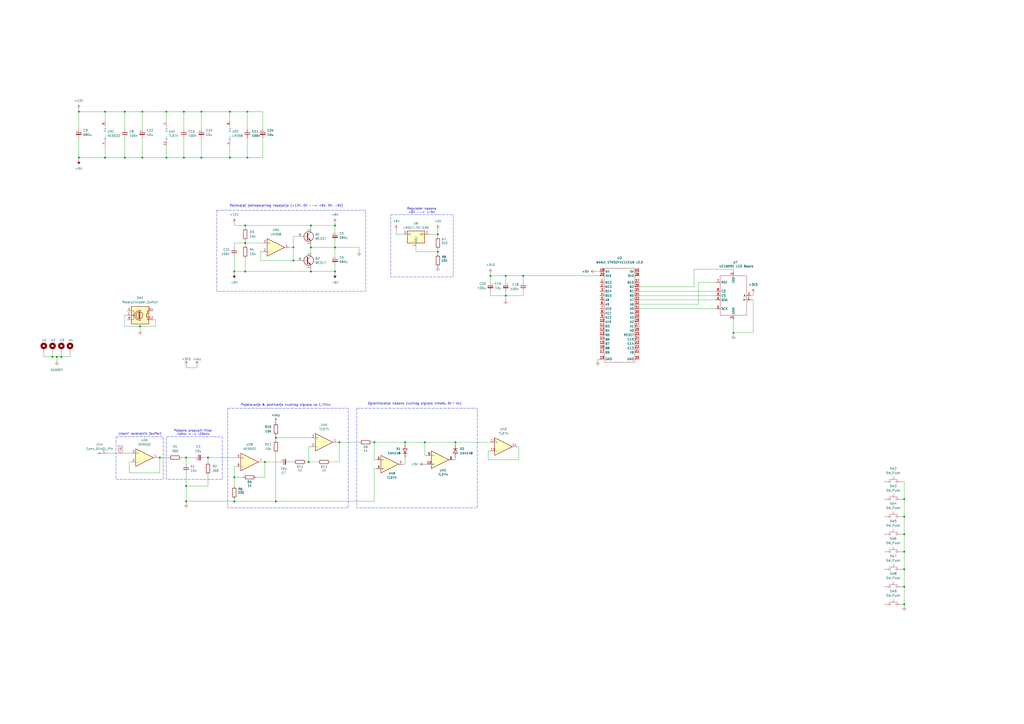
<source format=kicad_sch>
(kicad_sch (version 20250114) (generator "eeschema") (generator_version "9.0")
  (paper "A2")
  (rectangle (start 207.01 236.855) (end 276.86 294.64) (stroke (width 0) (type dash)))
  (rectangle (start 67.31 253.365) (end 94.615 278.13) (stroke (width 0) (type dash)))
  (rectangle (start 96.52 253.365) (end 128.905 278.13) (stroke (width 0) (type dash)))
  (rectangle (start 226.695 124.46) (end 262.89 160.655) (stroke (width 0) (type dash)))
  (rectangle (start 132.08 236.855) (end 201.93 294.64) (stroke (width 0) (type dash)))
  (rectangle (start 125.73 121.92) (end 212.09 168.91) (stroke (width 0) (type dash)))
  (text "Ograničavanje napona zvučnog signala između 0V i Vcc" (at 240.538 234.188 0) (effects (font (size 1.27 1.27))))
  (text "Pojasno propusni filtar\n~40Hz <-> ~20kHz" (at 112.014 250.952 0) (effects (font (size 1.27 1.27))))
  (text "Regulator napona\n+6V --> +~5V" (at 244.602 122.174 0) (effects (font (size 1.27 1.27))))
  (text "Razdvajač jednopolarnog napajanja (+12V, 0V --> +6V, 0V, -6V)\n" (at 166.116 119.38 0) (effects (font (size 1.27 1.27))))
  (text "Pojačavanje & pomicanje zvučnog signala za 1/2Vcc\n" (at 165.862 234.95 0) (effects (font (size 1.27 1.27))))
  (text "Ulazni razdvojnik (buffer)" (at 81.28 251.714 0) (effects (font (size 1.27 1.27))))
  (junction (at 524.51 289.56))
  (junction (at 107.95 265.43))
  (junction (at 106.68 64.77))
  (junction (at 133.35 64.77))
  (junction (at 142.24 130.81))
  (junction (at 82.55 64.77))
  (junction (at 160.02 290.83))
  (junction (at 120.65 265.43))
  (junction (at 116.84 91.44))
  (junction (at 284.48 160.02))
  (junction (at 143.51 64.77))
  (junction (at 293.37 171.45))
  (junction (at 72.39 91.44))
  (junction (at 135.89 157.48))
  (junction (at 524.51 340.36))
  (junction (at 153.67 267.97))
  (junction (at 45.72 64.77))
  (junction (at 524.51 350.52))
  (junction (at 524.51 309.88))
  (junction (at 142.24 140.97))
  (junction (at 170.18 143.51))
  (junction (at 142.24 157.48))
  (junction (at 35.56 207.01))
  (junction (at 246.38 256.54))
  (junction (at 96.52 64.77))
  (junction (at 524.51 330.2))
  (junction (at 293.37 160.02))
  (junction (at 107.95 281.94))
  (junction (at 524.51 320.04))
  (junction (at 179.07 267.97))
  (junction (at 82.55 91.44))
  (junction (at 72.39 64.77))
  (junction (at 60.96 91.44))
  (junction (at 264.16 256.54))
  (junction (at 194.31 157.48))
  (junction (at 133.35 91.44))
  (junction (at 303.53 160.02))
  (junction (at 254 135.89))
  (junction (at 160.02 254))
  (junction (at 194.31 143.51))
  (junction (at 217.17 256.54))
  (junction (at 180.34 157.48))
  (junction (at 254 146.05))
  (junction (at 135.89 276.86))
  (junction (at 107.95 290.83))
  (junction (at 30.48 207.01))
  (junction (at 96.52 91.44))
  (junction (at 180.34 130.81))
  (junction (at 180.34 143.51))
  (junction (at 524.51 299.72))
  (junction (at 194.31 130.81))
  (junction (at 33.02 207.01))
  (junction (at 135.89 290.83))
  (junction (at 45.72 91.44))
  (junction (at 196.85 256.54))
  (junction (at 92.71 265.43))
  (junction (at 143.51 91.44))
  (junction (at 170.18 151.13))
  (junction (at 425.45 193.04))
  (junction (at 81.28 189.23))
  (junction (at 60.96 64.77))
  (junction (at 234.95 256.54))
  (junction (at 116.84 64.77))
  (junction (at 106.68 91.44))
  (wire (pts (xy 81.28 189.23) (xy 81.28 191.77)))
  (wire (pts (xy 524.51 299.72) (xy 524.51 309.88)))
  (wire (pts (xy 167.64 267.97) (xy 170.18 267.97)))
  (wire (pts (xy 425.45 194.31) (xy 425.45 193.04)))
  (wire (pts (xy 135.89 143.51) (xy 135.89 140.97)))
  (wire (pts (xy 135.89 130.81) (xy 135.89 129.54)))
  (wire (pts (xy 107.95 274.32) (xy 107.95 281.94)))
  (wire (pts (xy 81.28 189.23) (xy 90.17 189.23)))
  (wire (pts (xy 160.02 252.73) (xy 160.02 254)))
  (wire (pts (xy 436.88 170.18) (xy 436.88 171.45)))
  (wire (pts (xy 523.24 320.04) (xy 524.51 320.04)))
  (wire (pts (xy 370.84 171.45) (xy 415.29 171.45)))
  (wire (pts (xy 217.17 290.83) (xy 160.02 290.83)))
  (wire (pts (xy 194.31 143.51) (xy 194.31 139.7)))
  (wire (pts (xy 30.48 207.01) (xy 33.02 207.01)))
  (wire (pts (xy 72.39 64.77) (xy 72.39 74.93)))
  (wire (pts (xy 300.99 266.7) (xy 300.99 259.08)))
  (wire (pts (xy 172.72 137.16) (xy 170.18 137.16)))
  (wire (pts (xy 293.37 160.02) (xy 303.53 160.02)))
  (wire (pts (xy 152.4 74.93) (xy 152.4 64.77)))
  (wire (pts (xy 153.67 276.86) (xy 153.67 267.97)))
  (wire (pts (xy 135.89 276.86) (xy 135.89 281.94)))
  (wire (pts (xy 347.98 208.28) (xy 346.71 208.28)))
  (wire (pts (xy 264.16 265.43) (xy 264.16 266.7)))
  (wire (pts (xy 435.61 173.99) (xy 436.88 173.99)))
  (wire (pts (xy 234.95 269.24) (xy 233.68 269.24)))
  (wire (pts (xy 106.68 91.44) (xy 116.84 91.44)))
  (wire (pts (xy 234.95 256.54) (xy 246.38 256.54)))
  (wire (pts (xy 405.13 176.53) (xy 405.13 163.83)))
  (wire (pts (xy 142.24 140.97) (xy 152.4 140.97)))
  (wire (pts (xy 45.72 64.77) (xy 60.96 64.77)))
  (wire (pts (xy 160.02 254) (xy 180.34 254)))
  (wire (pts (xy 133.35 85.09) (xy 133.35 91.44)))
  (wire (pts (xy 208.28 143.51) (xy 194.31 143.51)))
  (wire (pts (xy 217.17 266.7) (xy 218.44 266.7)))
  (wire (pts (xy 135.89 140.97) (xy 142.24 140.97)))
  (wire (pts (xy 120.65 265.43) (xy 137.16 265.43)))
  (wire (pts (xy 143.51 74.93) (xy 143.51 64.77)))
  (wire (pts (xy 91.44 265.43) (xy 92.71 265.43)))
  (wire (pts (xy 153.67 267.97) (xy 152.4 267.97)))
  (wire (pts (xy 152.4 64.77) (xy 143.51 64.77)))
  (wire (pts (xy 60.96 85.09) (xy 60.96 91.44)))
  (wire (pts (xy 60.96 64.77) (xy 60.96 69.85)))
  (wire (pts (xy 106.68 64.77) (xy 116.84 64.77)))
  (wire (pts (xy 523.24 309.88) (xy 524.51 309.88)))
  (wire (pts (xy 116.84 64.77) (xy 116.84 74.93)))
  (wire (pts (xy 180.34 156.21) (xy 180.34 157.48)))
  (wire (pts (xy 195.58 256.54) (xy 196.85 256.54)))
  (wire (pts (xy 217.17 271.78) (xy 218.44 271.78)))
  (wire (pts (xy 116.84 64.77) (xy 133.35 64.77)))
  (wire (pts (xy 524.51 320.04) (xy 524.51 330.2)))
  (wire (pts (xy 524.51 340.36) (xy 524.51 350.52)))
  (wire (pts (xy 436.88 193.04) (xy 425.45 193.04)))
  (wire (pts (xy 370.84 176.53) (xy 405.13 176.53)))
  (wire (pts (xy 254 133.35) (xy 254 135.89)))
  (wire (pts (xy 107.95 265.43) (xy 113.03 265.43)))
  (wire (pts (xy 284.48 158.75) (xy 284.48 160.02)))
  (wire (pts (xy 133.35 64.77) (xy 133.35 69.85)))
  (wire (pts (xy 217.17 256.54) (xy 215.9 256.54)))
  (wire (pts (xy 180.34 130.81) (xy 142.24 130.81)))
  (wire (pts (xy 293.37 163.83) (xy 293.37 160.02)))
  (wire (pts (xy 180.34 143.51) (xy 194.31 143.51)))
  (wire (pts (xy 196.85 256.54) (xy 208.28 256.54)))
  (wire (pts (xy 137.16 270.51) (xy 135.89 270.51)))
  (wire (pts (xy 436.88 173.99) (xy 436.88 193.04)))
  (wire (pts (xy 524.51 350.52) (xy 523.24 350.52)))
  (wire (pts (xy 179.07 259.08) (xy 179.07 267.97)))
  (wire (pts (xy 25.4 207.01) (xy 30.48 207.01)))
  (wire (pts (xy 74.93 267.97) (xy 74.93 274.32)))
  (wire (pts (xy 194.31 157.48) (xy 180.34 157.48)))
  (wire (pts (xy 142.24 149.86) (xy 142.24 157.48)))
  (wire (pts (xy 90.17 185.42) (xy 88.9 185.42)))
  (wire (pts (xy 524.51 289.56) (xy 524.51 299.72)))
  (wire (pts (xy 96.52 85.09) (xy 96.52 91.44)))
  (wire (pts (xy 217.17 256.54) (xy 217.17 266.7)))
  (wire (pts (xy 370.84 166.37) (xy 402.59 166.37)))
  (wire (pts (xy 35.56 204.47) (xy 35.56 207.01)))
  (wire (pts (xy 45.72 92.71) (xy 45.72 91.44)))
  (wire (pts (xy 303.53 171.45) (xy 303.53 168.91)))
  (wire (pts (xy 524.51 350.52) (xy 524.51 351.79)))
  (wire (pts (xy 25.4 204.47) (xy 25.4 207.01)))
  (wire (pts (xy 402.59 166.37) (xy 402.59 156.21)))
  (wire (pts (xy 284.48 261.62) (xy 283.21 261.62)))
  (wire (pts (xy 254 144.78) (xy 254 146.05)))
  (wire (pts (xy 116.84 91.44) (xy 133.35 91.44)))
  (wire (pts (xy 96.52 64.77) (xy 106.68 64.77)))
  (wire (pts (xy 402.59 156.21) (xy 425.45 156.21)))
  (wire (pts (xy 135.89 157.48) (xy 142.24 157.48)))
  (wire (pts (xy 229.87 133.35) (xy 229.87 135.89)))
  (wire (pts (xy 254 137.16) (xy 254 135.89)))
  (wire (pts (xy 217.17 271.78) (xy 217.17 290.83)))
  (wire (pts (xy 241.3 146.05) (xy 241.3 143.51)))
  (wire (pts (xy 405.13 163.83) (xy 415.29 163.83)))
  (wire (pts (xy 180.34 157.48) (xy 142.24 157.48)))
  (wire (pts (xy 217.17 256.54) (xy 234.95 256.54)))
  (wire (pts (xy 194.31 130.81) (xy 180.34 130.81)))
  (wire (pts (xy 284.48 168.91) (xy 284.48 171.45)))
  (wire (pts (xy 152.4 146.05) (xy 151.13 146.05)))
  (wire (pts (xy 151.13 146.05) (xy 151.13 151.13)))
  (wire (pts (xy 96.52 91.44) (xy 106.68 91.44)))
  (wire (pts (xy 284.48 163.83) (xy 284.48 160.02)))
  (wire (pts (xy 241.3 146.05) (xy 254 146.05)))
  (wire (pts (xy 107.95 281.94) (xy 107.95 290.83)))
  (wire (pts (xy 246.38 264.16) (xy 247.65 264.16)))
  (wire (pts (xy 72.39 182.88) (xy 72.39 189.23)))
  (wire (pts (xy 107.95 213.36) (xy 114.3 213.36)))
  (wire (pts (xy 194.31 157.48) (xy 194.31 158.75)))
  (wire (pts (xy 303.53 160.02) (xy 303.53 163.83)))
  (wire (pts (xy 234.95 256.54) (xy 234.95 257.81)))
  (wire (pts (xy 73.66 182.88) (xy 72.39 182.88)))
  (wire (pts (xy 120.65 265.43) (xy 120.65 267.97)))
  (wire (pts (xy 114.3 213.36) (xy 114.3 212.09)))
  (wire (pts (xy 142.24 140.97) (xy 142.24 142.24)))
  (wire (pts (xy 246.38 256.54) (xy 246.38 264.16)))
  (wire (pts (xy 177.8 267.97) (xy 179.07 267.97)))
  (wire (pts (xy 151.13 151.13) (xy 170.18 151.13)))
  (wire (pts (xy 284.48 171.45) (xy 293.37 171.45)))
  (wire (pts (xy 523.24 289.56) (xy 524.51 289.56)))
  (wire (pts (xy 248.92 135.89) (xy 254 135.89)))
  (wire (pts (xy 194.31 153.67) (xy 194.31 157.48)))
  (wire (pts (xy 283.21 261.62) (xy 283.21 266.7)))
  (wire (pts (xy 133.35 64.77) (xy 143.51 64.77)))
  (wire (pts (xy 303.53 160.02) (xy 347.98 160.02)))
  (wire (pts (xy 180.34 132.08) (xy 180.34 130.81)))
  (wire (pts (xy 370.84 179.07) (xy 415.29 179.07)))
  (wire (pts (xy 196.85 267.97) (xy 191.77 267.97)))
  (wire (pts (xy 60.96 91.44) (xy 72.39 91.44)))
  (wire (pts (xy 33.02 207.01) (xy 35.56 207.01)))
  (wire (pts (xy 179.07 259.08) (xy 180.34 259.08)))
  (wire (pts (xy 293.37 171.45) (xy 293.37 173.99)))
  (wire (pts (xy 72.39 64.77) (xy 82.55 64.77)))
  (wire (pts (xy 90.17 189.23) (xy 90.17 185.42)))
  (wire (pts (xy 435.61 171.45) (xy 436.88 171.45)))
  (wire (pts (xy 35.56 207.01) (xy 40.64 207.01)))
  (wire (pts (xy 246.38 269.24) (xy 247.65 269.24)))
  (wire (pts (xy 264.16 257.81) (xy 264.16 256.54)))
  (wire (pts (xy 523.24 330.2) (xy 524.51 330.2)))
  (wire (pts (xy 62.23 262.89) (xy 76.2 262.89)))
  (wire (pts (xy 524.51 330.2) (xy 524.51 340.36)))
  (wire (pts (xy 60.96 64.77) (xy 72.39 64.77)))
  (wire (pts (xy 82.55 64.77) (xy 96.52 64.77)))
  (wire (pts (xy 196.85 256.54) (xy 196.85 267.97)))
  (wire (pts (xy 96.52 64.77) (xy 96.52 69.85)))
  (wire (pts (xy 254 146.05) (xy 254 147.32)))
  (wire (pts (xy 234.95 269.24) (xy 234.95 265.43)))
  (wire (pts (xy 153.67 267.97) (xy 162.56 267.97)))
  (wire (pts (xy 74.93 274.32) (xy 92.71 274.32)))
  (wire (pts (xy 346.71 208.28) (xy 346.71 209.55)))
  (wire (pts (xy 293.37 171.45) (xy 303.53 171.45)))
  (wire (pts (xy 160.02 290.83) (xy 135.89 290.83)))
  (wire (pts (xy 135.89 148.59) (xy 135.89 157.48)))
  (wire (pts (xy 284.48 160.02) (xy 293.37 160.02)))
  (wire (pts (xy 345.44 157.48) (xy 347.98 157.48)))
  (wire (pts (xy 370.84 173.99) (xy 415.29 173.99)))
  (wire (pts (xy 105.41 265.43) (xy 107.95 265.43)))
  (wire (pts (xy 160.02 262.89) (xy 160.02 290.83)))
  (wire (pts (xy 167.64 143.51) (xy 170.18 143.51)))
  (wire (pts (xy 92.71 265.43) (xy 97.79 265.43)))
  (wire (pts (xy 152.4 80.01) (xy 152.4 91.44)))
  (wire (pts (xy 82.55 64.77) (xy 82.55 74.93)))
  (wire (pts (xy 194.31 143.51) (xy 194.31 148.59)))
  (wire (pts (xy 264.16 266.7) (xy 262.89 266.7)))
  (wire (pts (xy 106.68 64.77) (xy 106.68 74.93)))
  (wire (pts (xy 194.31 134.62) (xy 194.31 130.81)))
  (wire (pts (xy 40.64 207.01) (xy 40.64 204.47)))
  (wire (pts (xy 180.34 146.05) (xy 180.34 143.51)))
  (wire (pts (xy 425.45 193.04) (xy 425.45 185.42)))
  (wire (pts (xy 135.89 270.51) (xy 135.89 276.86)))
  (wire (pts (xy 179.07 267.97) (xy 184.15 267.97)))
  (wire (pts (xy 133.35 91.44) (xy 143.51 91.44)))
  (wire (pts (xy 143.51 80.01) (xy 143.51 91.44)))
  (wire (pts (xy 283.21 266.7) (xy 300.99 266.7)))
  (wire (pts (xy 293.37 168.91) (xy 293.37 171.45)))
  (wire (pts (xy 246.38 256.54) (xy 264.16 256.54)))
  (wire (pts (xy 107.95 292.1) (xy 107.95 290.83)))
  (wire (pts (xy 370.84 168.91) (xy 415.29 168.91)))
  (wire (pts (xy 45.72 64.77) (xy 45.72 63.5)))
  (wire (pts (xy 170.18 137.16) (xy 170.18 143.51)))
  (wire (pts (xy 82.55 91.44) (xy 96.52 91.44)))
  (wire (pts (xy 180.34 143.51) (xy 180.34 142.24)))
  (wire (pts (xy 208.28 146.05) (xy 208.28 143.51)))
  (wire (pts (xy 170.18 151.13) (xy 172.72 151.13)))
  (wire (pts (xy 118.11 265.43) (xy 120.65 265.43)))
  (wire (pts (xy 142.24 130.81) (xy 142.24 132.08)))
  (wire (pts (xy 160.02 254) (xy 160.02 255.27)))
  (wire (pts (xy 170.18 143.51) (xy 170.18 151.13)))
  (wire (pts (xy 524.51 279.4) (xy 524.51 289.56)))
  (wire (pts (xy 116.84 80.01) (xy 116.84 91.44)))
  (wire (pts (xy 45.72 80.01) (xy 45.72 91.44)))
  (wire (pts (xy 30.48 204.47) (xy 30.48 207.01)))
  (wire (pts (xy 120.65 275.59) (xy 120.65 281.94)))
  (wire (pts (xy 299.72 259.08) (xy 300.99 259.08)))
  (wire (pts (xy 229.87 135.89) (xy 233.68 135.89)))
  (wire (pts (xy 194.31 129.54) (xy 194.31 130.81)))
  (wire (pts (xy 92.71 274.32) (xy 92.71 265.43)))
  (wire (pts (xy 72.39 80.01) (xy 72.39 91.44)))
  (wire (pts (xy 45.72 91.44) (xy 60.96 91.44)))
  (wire (pts (xy 135.89 289.56) (xy 135.89 290.83)))
  (wire (pts (xy 72.39 91.44) (xy 82.55 91.44)))
  (wire (pts (xy 523.24 279.4) (xy 524.51 279.4)))
  (wire (pts (xy 152.4 91.44) (xy 143.51 91.44)))
  (wire (pts (xy 523.24 340.36) (xy 524.51 340.36)))
  (wire (pts (xy 135.89 276.86) (xy 140.97 276.86)))
  (wire (pts (xy 120.65 281.94) (xy 107.95 281.94)))
  (wire (pts (xy 142.24 139.7) (xy 142.24 140.97)))
  (wire (pts (xy 33.02 207.01) (xy 33.02 209.55)))
  (wire (pts (xy 135.89 130.81) (xy 142.24 130.81)))
  (wire (pts (xy 76.2 267.97) (xy 74.93 267.97)))
  (wire (pts (xy 45.72 64.77) (xy 45.72 74.93)))
  (wire (pts (xy 264.16 256.54) (xy 284.48 256.54)))
  (wire (pts (xy 107.95 290.83) (xy 135.89 290.83)))
  (wire (pts (xy 524.51 309.88) (xy 524.51 320.04)))
  (wire (pts (xy 148.59 276.86) (xy 153.67 276.86)))
  (wire (pts (xy 523.24 299.72) (xy 524.51 299.72)))
  (wire (pts (xy 425.45 157.48) (xy 425.45 156.21)))
  (wire (pts (xy 82.55 80.01) (xy 82.55 91.44)))
  (wire (pts (xy 135.89 157.48) (xy 135.89 158.75)))
  (wire (pts (xy 72.39 189.23) (xy 81.28 189.23)))
  (wire (pts (xy 107.95 212.09) (xy 107.95 213.36)))
  (wire (pts (xy 106.68 80.01) (xy 106.68 91.44)))
  (wire (pts (xy 107.95 265.43) (xy 107.95 269.24)))
  (global_label "IN" (shape input) (at 69.85 262.89 90) (property "Intersheetrefs" "${INTERSHEET_REFS}" (effects (hide yes))))
  (symbol (lib_id "power:+3V3") (at 436.88 170.18 0) (mirror y) (unit 1)
    (property "Reference" "#PWR020" (effects (hide yes)))
    (property "Value" "+3V3" (at 436.88 165.1 0))
    (property "Description" "Power symbol creates a global label with name \"+3V3\"" (effects (hide yes)))
  )
  (symbol (lib_id "power:GNDREF") (at 346.71 209.55 0) (mirror y) (unit 1)
    (property "Reference" "#PWR025" (effects (hide yes)))
    (property "Value" "GNDREF" (effects (hide yes)))
    (property "Description" "Power symbol creates a global label with name \"GNDREF\" , reference supply ground" (effects (hide yes)))
  )
  (symbol (lib_id "Amplifier_Operational:NE5532") (at 83.82 265.43 0) (unit 1)
    (property "Reference" "U3" (at 83.82 255.27 0))
    (property "Value" "NE5532" (at 83.82 257.81 0))
    (property "Footprint" "Package_DIP:DIP-8_W7.62mm_Socket" (effects (hide yes)))
    (property "Datasheet" "http://www.ti.com/lit/ds/symlink/ne5532.pdf" (effects (hide yes)))
    (property "Description" "Dual Low-Noise Operational Amplifiers, DIP-8/SOIC-8" (effects (hide yes)))
  )
  (symbol (lib_id "Device:C_Polarized_Small") (at 194.31 151.13 0) (unit 1)
    (property "Reference" "C6" (at 196.85 149.3138 0) (effects (justify left)))
    (property "Value" "680u" (at 196.85 151.8538 0) (effects (justify left)))
    (property "Footprint" "Capacitor_THT:CP_Radial_D8.0mm_P2.50mm" (effects (hide yes)))
    (property "Description" "Polarized capacitor, small symbol" (effects (hide yes)))
  )
  (symbol (lib_id "Amplifier_Operational:NE5532") (at 144.78 267.97 0) (unit 2)
    (property "Reference" "U3" (at 144.78 257.81 0))
    (property "Value" "NE5532" (at 144.78 260.35 0))
    (property "Footprint" "Package_DIP:DIP-8_W7.62mm_Socket" (effects (hide yes)))
    (property "Datasheet" "http://www.ti.com/lit/ds/symlink/ne5532.pdf" (effects (hide yes)))
    (property "Description" "Dual Low-Noise Operational Amplifiers, DIP-8/SOIC-8" (effects (hide yes)))
  )
  (symbol (lib_id "power:GNDREF") (at 254 154.94 0) (unit 1)
    (property "Reference" "#PWR011" (effects (hide yes)))
    (property "Value" "GNDREF" (effects (hide yes)))
    (property "Description" "Power symbol creates a global label with name \"GNDREF\" , reference supply ground" (effects (hide yes)))
  )
  (symbol (lib_id "Device:R") (at 254 151.13 0) (mirror y) (unit 1)
    (property "Reference" "R8" (at 257.556 149.098 0))
    (property "Value" "10k" (at 257.81 151.13 0))
    (property "Footprint" "Resistor_THT:R_Axial_DIN0207_L6.3mm_D2.5mm_P10.16mm_Horizontal" (effects (hide yes)))
    (property "Description" "Resistor" (effects (hide yes)))
  )
  (symbol (lib_id "Device:R") (at 160.02 248.92 0) (mirror x) (unit 1)
    (property "Reference" "R10" (at 157.48 247.6499 0) (effects (justify right)))
    (property "Value" "10k" (at 157.48 250.1899 0) (effects (justify right)))
    (property "Footprint" "Resistor_THT:R_Axial_DIN0207_L6.3mm_D2.5mm_P10.16mm_Horizontal" (effects (hide yes)))
    (property "Description" "Resistor" (effects (hide yes)))
  )
  (symbol (lib_id "power:+12V") (at 135.89 129.54 0) (unit 1)
    (property "Reference" "#PWR016" (effects (hide yes)))
    (property "Value" "+12V" (at 135.89 124.46 0))
    (property "Description" "Power symbol creates a global label with name \"+12V\"" (effects (hide yes)))
  )
  (symbol (lib_id "Amplifier_Operational:LM358") (at 135.89 77.47 0) (unit 3)
    (property "Reference" "U5" (at 134.62 76.1999 0) (effects (justify left)))
    (property "Value" "LM358" (at 134.62 78.7399 0) (effects (justify left)))
    (property "Datasheet" "http://www.ti.com/lit/ds/symlink/lm2904-n.pdf" (effects (hide yes)))
    (property "Description" "Low-Power, Dual Operational Amplifiers, DIP-8/SOIC-8/TO-99-8" (effects (hide yes)))
  )
  (symbol (lib_id "Device:C_Small") (at 107.95 271.78 0) (unit 1)
    (property "Reference" "C1" (at 110.49 270.5162 0) (effects (justify left)))
    (property "Value" "15n" (at 110.49 273.0562 0) (effects (justify left)))
    (property "Footprint" "Capacitor_THT:C_Disc_D5.0mm_W2.5mm_P2.50mm" (effects (hide yes)))
    (property "Description" "Unpolarized capacitor, small symbol" (effects (hide yes)))
  )
  (symbol (lib_id "power:+6V") (at 194.31 129.54 0) (unit 1)
    (property "Reference" "#PWR07" (effects (hide yes)))
    (property "Value" "+6V" (at 194.31 124.46 0))
    (property "Description" "Power symbol creates a global label with name \"+6V\"" (effects (hide yes)))
  )
  (symbol (lib_id "Device:C_Small") (at 106.68 77.47 0) (unit 1)
    (property "Reference" "C10" (at 109.22 76.2062 0) (effects (justify left)))
    (property "Value" "100n" (at 109.22 78.7462 0) (effects (justify left)))
    (property "Footprint" "Capacitor_THT:C_Disc_D5.0mm_W2.5mm_P5.00mm" (effects (hide yes)))
    (property "Description" "Unpolarized capacitor, small symbol" (effects (hide yes)))
  )
  (symbol (lib_id "Device:C_Polarized_Small") (at 152.4 77.47 0) (unit 1)
    (property "Reference" "C24" (at 154.94 75.6538 0) (effects (justify left)))
    (property "Value" "10u" (at 154.94 78.1938 0) (effects (justify left)))
    (property "Footprint" "Capacitor_THT:CP_Radial_D5.0mm_P2.50mm" (effects (hide yes)))
    (property "Description" "Polarized capacitor, small symbol" (effects (hide yes)))
  )
  (symbol (lib_id "Device:R") (at 101.6 265.43 90) (unit 1)
    (property "Reference" "R1" (at 101.6 259.08 90))
    (property "Value" "300" (at 101.6 261.62 90))
    (property "Footprint" "Resistor_THT:R_Axial_DIN0207_L6.3mm_D2.5mm_P10.16mm_Horizontal" (effects (hide yes)))
    (property "Description" "Resistor" (effects (hide yes)))
  )
  (symbol (lib_id "Amplifier_Operational:TL074") (at 99.06 77.47 0) (unit 5)
    (property "Reference" "U4" (at 97.79 76.1999 0) (effects (justify left)))
    (property "Value" "TL074" (at 97.79 78.74 0) (effects (justify left)))
    (property "Datasheet" "http://www.ti.com/lit/ds/symlink/tl071.pdf" (effects (hide yes)))
    (property "Description" "Quad Low-Noise JFET-Input Operational Amplifiers, DIP-14/SOIC-14" (effects (hide yes)))
  )
  (symbol (lib_id "power:+5V") (at 254 133.35 0) (unit 1)
    (property "Reference" "#PWR012" (effects (hide yes)))
    (property "Value" "+5V" (at 254 128.27 0))
    (property "Description" "Power symbol creates a global label with name \"+5V\"" (effects (hide yes)))
  )
  (symbol (lib_id "Device:C_Polarized_Small") (at 194.31 137.16 0) (unit 1)
    (property "Reference" "C5" (at 196.85 135.3438 0) (effects (justify left)))
    (property "Value" "680u" (at 196.85 137.8838 0) (effects (justify left)))
    (property "Footprint" "Capacitor_THT:CP_Radial_D8.0mm_P2.50mm" (effects (hide yes)))
    (property "Description" "Polarized capacitor, small symbol" (effects (hide yes)))
  )
  (symbol (lib_id "Device:C_Polarized_Small") (at 165.1 267.97 90) (mirror x) (unit 1)
    (property "Reference" "C7" (at 164.5539 274.32 90))
    (property "Value" "10u" (at 164.5539 271.78 90))
    (property "Footprint" "Capacitor_THT:CP_Radial_D5.0mm_P2.50mm" (effects (hide yes)))
    (property "Description" "Polarized capacitor, small symbol" (effects (hide yes)))
  )
  (symbol (lib_id "Simulation_SPICE:PNP") (at 177.8 151.13 0) (unit 1)
    (property "Reference" "Q2" (at 182.88 149.8599 0) (effects (justify left)))
    (property "Value" "BC317" (at 182.88 152.3999 0) (effects (justify left)))
    (property "Footprint" "Package_TO_SOT_THT:TO-92_Inline" (effects (hide yes)))
    (property "Datasheet" "https://ngspice.sourceforge.io/docs/ngspice-html-manual/manual.xhtml#cha_BJTs" (effects (hide yes)))
    (property "Description" "Bipolar transistor symbol for simulation only, substrate tied to the emitter" (effects (hide yes)))
    (property "Sim.Device" "PNP" (effects (hide yes)))
    (property "Sim.Type" "GUMMELPOON" (effects (hide yes)))
    (property "Sim.Pins" "1=C 2=B 3=E" (effects (hide yes)))
  )
  (symbol (lib_id "Mechanical:MountingHole_Pad") (at 25.4 201.93 0) (unit 1) (in_bom no)
    (property "Reference" "H1" (at 24.384 197.358 0) (effects (justify left)))
    (property "Value" "MountingHole_Pad" (effects (hide yes)))
    (property "Footprint" "MountingHole:MountingHole_4.3mm_M4_ISO7380_Pad" (effects (hide yes)))
    (property "Description" "Mounting Hole with connection" (effects (hide yes)))
  )
  (symbol (lib_id "Device:C_Polarized_Small") (at 45.72 77.47 0) (unit 1)
    (property "Reference" "C9" (at 48.26 75.6538 0) (effects (justify left)))
    (property "Value" "680u" (at 48.26 78.1938 0) (effects (justify left)))
    (property "Footprint" "Capacitor_THT:CP_Radial_D8.0mm_P2.50mm" (effects (hide yes)))
    (property "Description" "Polarized capacitor, small symbol" (effects (hide yes)))
  )
  (symbol (lib_id "Device:R") (at 254 140.97 0) (mirror y) (unit 1)
    (property "Reference" "R7" (at 257.556 138.938 0))
    (property "Value" "3k3" (at 257.81 140.97 0))
    (property "Footprint" "Resistor_THT:R_Axial_DIN0207_L6.3mm_D2.5mm_P10.16mm_Horizontal" (effects (hide yes)))
    (property "Description" "Resistor" (effects (hide yes)))
  )
  (symbol (lib_id "Device:C_Polarized_Small") (at 284.48 166.37 0) (mirror y) (unit 1)
    (property "Reference" "C20" (at 281.94 164.5538 0) (effects (justify left)))
    (property "Value" "100u" (at 281.94 167.0938 0) (effects (justify left)))
    (property "Footprint" "Capacitor_THT:CP_Radial_D5.0mm_P2.50mm" (effects (hide yes)))
    (property "Description" "Polarized capacitor, small symbol" (effects (hide yes)))
  )
  (symbol (lib_id "ljepe:UC1609C_Board") (at 421.64 167.64 0) (mirror y) (unit 1)
    (property "Reference" "U7" (at 427.99 152.146 0) (effects (justify left)))
    (property "Value" "UC1609C LCD Board" (at 437.134 154.432 0) (effects (justify left)))
    (property "Footprint" "ljepi:PinSocket1x9_66mm_x_26mm" (effects (hide yes)))
  )
  (symbol (lib_id "Switch:SW_Push") (at 518.16 289.56 0) (unit 1)
    (property "Reference" "SW3" (at 518.16 281.94 0))
    (property "Value" "SW_Push" (at 518.16 284.48 0))
    (property "Footprint" "Button_Switch_THT:SW_PUSH_6mm_H13mm" (effects (hide yes)))
    (property "Description" "Push button switch, generic, two pins" (effects (hide yes)))
  )
  (symbol (lib_id "Amplifier_Operational:TL074") (at 292.1 259.08 0) (unit 4)
    (property "Reference" "U4" (at 292.1 248.92 0))
    (property "Value" "TL074" (at 292.1 251.46 0))
    (property "Footprint" "Package_DIP:DIP-14_W7.62mm_Socket" (effects (hide yes)))
    (property "Datasheet" "http://www.ti.com/lit/ds/symlink/tl071.pdf" (effects (hide yes)))
    (property "Description" "Quad Low-Noise JFET-Input Operational Amplifiers, DIP-14/SOIC-14" (effects (hide yes)))
  )
  (symbol (lib_id "Amplifier_Operational:TL074") (at 226.06 269.24 0) (mirror x) (unit 2)
    (property "Reference" "U4" (at 227.33 274.574 0))
    (property "Value" "TL074" (at 227.33 277.114 0))
    (property "Footprint" "Package_DIP:DIP-14_W7.62mm_Socket" (effects (hide yes)))
    (property "Datasheet" "http://www.ti.com/lit/ds/symlink/tl071.pdf" (effects (hide yes)))
    (property "Description" "Quad Low-Noise JFET-Input Operational Amplifiers, DIP-14/SOIC-14" (effects (hide yes)))
  )
  (symbol (lib_id "Device:R") (at 173.99 267.97 270) (mirror x) (unit 1)
    (property "Reference" "R12" (at 173.99 270.764 90))
    (property "Value" "1k" (at 173.99 272.796 90))
    (property "Footprint" "Resistor_THT:R_Axial_DIN0207_L6.3mm_D2.5mm_P10.16mm_Horizontal" (effects (hide yes)))
    (property "Description" "Resistor" (effects (hide yes)))
  )
  (symbol (lib_id "Amplifier_Operational:LM358") (at 160.02 143.51 0) (unit 1)
    (property "Reference" "U5" (at 160.02 133.35 0))
    (property "Value" "LM358" (at 160.02 135.89 0))
    (property "Footprint" "Package_DIP:DIP-8_W7.62mm_Socket" (effects (hide yes)))
    (property "Datasheet" "http://www.ti.com/lit/ds/symlink/lm2904-n.pdf" (effects (hide yes)))
    (property "Description" "Low-Power, Dual Operational Amplifiers, DIP-8/SOIC-8/TO-99-8" (effects (hide yes)))
  )
  (symbol (lib_id "Device:C_Small") (at 72.39 77.47 0) (unit 1)
    (property "Reference" "C8" (at 74.93 76.2062 0) (effects (justify left)))
    (property "Value" "100n" (at 74.93 78.7462 0) (effects (justify left)))
    (property "Footprint" "Capacitor_THT:C_Disc_D5.0mm_W2.5mm_P5.00mm" (effects (hide yes)))
    (property "Description" "Unpolarized capacitor, small symbol" (effects (hide yes)))
  )
  (symbol (lib_id "Device:C_Polarized_Small") (at 293.37 166.37 0) (mirror y) (unit 1)
    (property "Reference" "C19" (at 290.83 164.5538 0) (effects (justify left)))
    (property "Value" "10u" (at 290.83 167.0938 0) (effects (justify left)))
    (property "Footprint" "Capacitor_THT:CP_Radial_D5.0mm_P2.50mm" (effects (hide yes)))
    (property "Description" "Polarized capacitor, small symbol" (effects (hide yes)))
  )
  (symbol (lib_id "Amplifier_Operational:TL074") (at 187.96 256.54 0) (unit 1)
    (property "Reference" "U4" (at 187.96 246.38 0))
    (property "Value" "TL074" (at 187.96 248.92 0))
    (property "Footprint" "Package_DIP:DIP-14_W7.62mm_Socket" (effects (hide yes)))
    (property "Datasheet" "http://www.ti.com/lit/ds/symlink/tl071.pdf" (effects (hide yes)))
    (property "Description" "Quad Low-Noise JFET-Input Operational Amplifiers, DIP-14/SOIC-14" (effects (hide yes)))
  )
  (symbol (lib_id "Switch:SW_Push") (at 518.16 299.72 0) (unit 1)
    (property "Reference" "SW4" (at 518.16 292.1 0))
    (property "Value" "SW_Push" (at 518.16 294.64 0))
    (property "Footprint" "Button_Switch_THT:SW_PUSH_6mm_H13mm" (effects (hide yes)))
    (property "Description" "Push button switch, generic, two pins" (effects (hide yes)))
  )
  (symbol (lib_id "Switch:SW_Push") (at 518.16 309.88 0) (unit 1)
    (property "Reference" "SW5" (at 518.16 302.26 0))
    (property "Value" "SW_Push" (at 518.16 304.8 0))
    (property "Footprint" "Button_Switch_THT:SW_PUSH_6mm_H13mm" (effects (hide yes)))
    (property "Description" "Push button switch, generic, two pins" (effects (hide yes)))
  )
  (symbol (lib_id "Device:R") (at 160.02 259.08 0) (mirror x) (unit 1)
    (property "Reference" "R11" (at 157.48 257.8099 0) (effects (justify right)))
    (property "Value" "10k" (at 157.48 260.3499 0) (effects (justify right)))
    (property "Footprint" "Resistor_THT:R_Axial_DIN0207_L6.3mm_D2.5mm_P10.16mm_Horizontal" (effects (hide yes)))
    (property "Description" "Resistor" (effects (hide yes)))
  )
  (symbol (lib_id "Device:R") (at 135.89 285.75 0) (mirror y) (unit 1)
    (property "Reference" "R6" (at 139.446 283.718 0))
    (property "Value" "330" (at 139.7 285.75 0))
    (property "Footprint" "Resistor_THT:R_Axial_DIN0207_L6.3mm_D2.5mm_P10.16mm_Horizontal" (effects (hide yes)))
    (property "Description" "Resistor" (effects (hide yes)))
  )
  (symbol (lib_id "Device:R") (at 144.78 276.86 270) (mirror x) (unit 1)
    (property "Reference" "R5" (at 144.78 279.654 90))
    (property "Value" "1k" (at 144.78 281.686 90))
    (property "Footprint" "Resistor_THT:R_Axial_DIN0207_L6.3mm_D2.5mm_P10.16mm_Horizontal" (effects (hide yes)))
    (property "Description" "Resistor" (effects (hide yes)))
  )
  (symbol (lib_id "Device:C_Small") (at 135.89 146.05 0) (mirror y) (unit 1)
    (property "Reference" "C21" (at 133.35 144.7862 0) (effects (justify left)))
    (property "Value" "100n" (at 133.35 147.3262 0) (effects (justify left)))
    (property "Footprint" "Capacitor_THT:C_Disc_D5.0mm_W2.5mm_P5.00mm" (effects (hide yes)))
    (property "Description" "Unpolarized capacitor, small symbol" (effects (hide yes)))
  )
  (symbol (lib_id "power:-6V") (at 194.31 158.75 180) (unit 1)
    (property "Reference" "#PWR08" (effects (hide yes)))
    (property "Value" "-6V" (at 194.31 163.83 0))
    (property "Description" "Power symbol creates a global label with name \"-6V\"" (effects (hide yes)))
  )
  (symbol (lib_id "Device:R") (at 142.24 135.89 180) (unit 1)
    (property "Reference" "R3" (at 144.78 134.6199 0) (effects (justify right)))
    (property "Value" "10k" (at 144.78 137.1599 0) (effects (justify right)))
    (property "Footprint" "Resistor_THT:R_Axial_DIN0207_L6.3mm_D2.5mm_P10.16mm_Horizontal" (effects (hide yes)))
    (property "Description" "Resistor" (effects (hide yes)))
  )
  (symbol (lib_id "Simulation_SPICE:NPN") (at 177.8 137.16 0) (unit 1)
    (property "Reference" "Q1" (at 182.88 135.8899 0) (effects (justify left)))
    (property "Value" "BC337" (at 182.88 138.4299 0) (effects (justify left)))
    (property "Footprint" "Package_TO_SOT_THT:TO-92_Inline" (effects (hide yes)))
    (property "Datasheet" "https://ngspice.sourceforge.io/docs/ngspice-html-manual/manual.xhtml#cha_BJTs" (effects (hide yes)))
    (property "Description" "Bipolar transistor symbol for simulation only, substrate tied to the emitter" (effects (hide yes)))
    (property "Sim.Device" "NPN" (effects (hide yes)))
    (property "Sim.Type" "GUMMELPOON" (effects (hide yes)))
    (property "Sim.Pins" "1=C 2=B 3=E" (effects (hide yes)))
  )
  (symbol (lib_id "ljepe:WeActSTM32F411CEU6") (at 359.41 182.88 0) (unit 1)
    (property "Reference" "U2" (at 359.41 149.606 0))
    (property "Value" "WeAct STM32F411CEU6 v3.0" (at 359.41 152.146 0))
    (property "Footprint" "Package_DIP:DIP-40_W15.24mm_Socket" (effects (hide yes)))
  )
  (symbol (lib_id "power:GNDREF") (at 293.37 173.99 0) (unit 1)
    (property "Reference" "#PWR023" (effects (hide yes)))
    (property "Value" "GNDREF" (effects (hide yes)))
    (property "Description" "Power symbol creates a global label with name \"GNDREF\" , reference supply ground" (effects (hide yes)))
  )
  (symbol (lib_id "Mechanical:MountingHole_Pad") (at 30.48 201.93 0) (unit 1) (in_bom no)
    (property "Reference" "H2" (at 29.464 197.358 0) (effects (justify left)))
    (property "Value" "MountingHole_Pad" (effects (hide yes)))
    (property "Footprint" "MountingHole:MountingHole_4.3mm_M4_ISO7380_Pad" (effects (hide yes)))
    (property "Description" "Mounting Hole with connection" (effects (hide yes)))
  )
  (symbol (lib_id "Switch:SW_Push") (at 518.16 340.36 0) (unit 1)
    (property "Reference" "SW8" (at 518.16 332.74 0))
    (property "Value" "SW_Push" (at 518.16 335.28 0))
    (property "Footprint" "Button_Switch_THT:SW_PUSH_6mm_H13mm" (effects (hide yes)))
    (property "Description" "Push button switch, generic, two pins" (effects (hide yes)))
  )
  (symbol (lib_id "Device:C_Polarized_Small") (at 115.57 265.43 90) (unit 1)
    (property "Reference" "C2" (at 115.0239 259.08 90))
    (property "Value" "10u" (at 115.0239 261.62 90))
    (property "Footprint" "Capacitor_THT:CP_Radial_D5.0mm_P2.50mm" (effects (hide yes)))
    (property "Description" "Polarized capacitor, small symbol" (effects (hide yes)))
  )
  (symbol (lib_id "Switch:SW_Push") (at 518.16 320.04 0) (unit 1)
    (property "Reference" "SW6" (at 518.16 312.42 0))
    (property "Value" "SW_Push" (at 518.16 314.96 0))
    (property "Footprint" "Button_Switch_THT:SW_PUSH_6mm_H13mm" (effects (hide yes)))
    (property "Description" "Push button switch, generic, two pins" (effects (hide yes)))
  )
  (symbol (lib_id "power:+3V3") (at 284.48 158.75 0) (unit 1)
    (property "Reference" "#PWR024" (effects (hide yes)))
    (property "Value" "+3V3" (at 284.48 153.67 0))
    (property "Description" "Power symbol creates a global label with name \"+3V3\"" (effects (hide yes)))
  )
  (symbol (lib_id "Device:C_Polarized_Small") (at 82.55 77.47 0) (unit 1)
    (property "Reference" "C22" (at 85.09 75.6538 0) (effects (justify left)))
    (property "Value" "10u" (at 85.09 78.1938 0) (effects (justify left)))
    (property "Footprint" "Capacitor_THT:CP_Radial_D5.0mm_P2.50mm" (effects (hide yes)))
    (property "Description" "Polarized capacitor, small symbol" (effects (hide yes)))
  )
  (symbol (lib_id "power:+5V") (at 114.3 212.09 0) (unit 1)
    (property "Reference" "#PWR028" (effects (hide yes)))
    (property "Value" "+Vcc" (at 114.3 208.28 0))
    (property "Description" "Power symbol creates a global label with name \"+5V\"" (effects (hide yes)))
  )
  (symbol (lib_id "Mechanical:MountingHole_Pad") (at 35.56 201.93 0) (unit 1) (in_bom no)
    (property "Reference" "H3" (at 34.544 197.358 0) (effects (justify left)))
    (property "Value" "MountingHole_Pad" (effects (hide yes)))
    (property "Footprint" "MountingHole:MountingHole_4.3mm_M4_ISO7380_Pad" (effects (hide yes)))
    (property "Description" "Mounting Hole with connection" (effects (hide yes)))
  )
  (symbol (lib_id "Device:C_Small") (at 303.53 166.37 0) (mirror y) (unit 1)
    (property "Reference" "C18" (at 300.99 165.1062 0) (effects (justify left)))
    (property "Value" "100n" (at 300.99 167.6462 0) (effects (justify left)))
    (property "Footprint" "Capacitor_THT:C_Disc_D5.0mm_W2.5mm_P5.00mm" (effects (hide yes)))
    (property "Description" "Unpolarized capacitor, small symbol" (effects (hide yes)))
  )
  (symbol (lib_id "power:GNDREF") (at 107.95 292.1 0) (unit 1)
    (property "Reference" "#PWR03" (effects (hide yes)))
    (property "Value" "GNDREF" (effects (hide yes)))
    (property "Description" "Power symbol creates a global label with name \"GNDREF\" , reference supply ground" (effects (hide yes)))
  )
  (symbol (lib_id "Switch:SW_Push") (at 518.16 279.4 0) (unit 1)
    (property "Reference" "SW2" (at 518.16 271.78 0))
    (property "Value" "SW_Push" (at 518.16 274.32 0))
    (property "Footprint" "Button_Switch_THT:SW_PUSH_6mm_H13mm" (effects (hide yes)))
    (property "Description" "Push button switch, generic, two pins" (effects (hide yes)))
  )
  (symbol (lib_id "Device:R") (at 187.96 267.97 270) (mirror x) (unit 1)
    (property "Reference" "R13" (at 187.96 270.764 90))
    (property "Value" "1k" (at 187.96 272.796 90))
    (property "Footprint" "Resistor_THT:R_Axial_DIN0207_L6.3mm_D2.5mm_P10.16mm_Horizontal" (effects (hide yes)))
    (property "Description" "Resistor" (effects (hide yes)))
  )
  (symbol (lib_id "Amplifier_Operational:TL074") (at 255.27 266.7 0) (mirror x) (unit 3)
    (property "Reference" "U4" (at 257.048 272.796 0))
    (property "Value" "TL074" (at 257.048 275.336 0))
    (property "Footprint" "Package_DIP:DIP-14_W7.62mm_Socket" (effects (hide yes)))
    (property "Datasheet" "http://www.ti.com/lit/ds/symlink/tl071.pdf" (effects (hide yes)))
    (property "Description" "Quad Low-Noise JFET-Input Operational Amplifiers, DIP-14/SOIC-14" (effects (hide yes)))
  )
  (symbol (lib_id "power:GNDREF") (at 208.28 146.05 0) (unit 1)
    (property "Reference" "#PWR06" (effects (hide yes)))
    (property "Value" "GNDREF" (effects (hide yes)))
    (property "Description" "Power symbol creates a global label with name \"GNDREF\" , reference supply ground" (effects (hide yes)))
  )
  (symbol (lib_id "Diode:1N4148") (at 264.16 261.62 270) (unit 1)
    (property "Reference" "D2" (at 266.7 260.3499 90) (effects (justify left)))
    (property "Value" "1N4148" (at 266.7 262.8899 90) (effects (justify left)))
    (property "Footprint" "Diode_THT:D_DO-35_SOD27_P7.62mm_Horizontal" (effects (hide yes)))
    (property "Datasheet" "https://assets.nexperia.com/documents/data-sheet/1N4148_1N4448.pdf" (effects (hide yes)))
    (property "Description" "100V 0.15A standard switching diode, DO-35" (effects (hide yes)))
    (property "Sim.Device" "D" (effects (hide yes)))
    (property "Sim.Pins" "1=K 2=A" (effects (hide yes)))
  )
  (symbol (lib_id "power:+5V") (at 246.38 269.24 90) (unit 1)
    (property "Reference" "#PWR09" (effects (hide yes)))
    (property "Value" "+5V" (at 242.57 269.2399 90) (effects (justify left)))
    (property "Description" "Power symbol creates a global label with name \"+5V\"" (effects (hide yes)))
  )
  (symbol (lib_id "power:GNDREF") (at 425.45 194.31 0) (mirror y) (unit 1)
    (property "Reference" "#PWR021" (effects (hide yes)))
    (property "Value" "GNDREF" (effects (hide yes)))
    (property "Description" "Power symbol creates a global label with name \"GNDREF\" , reference supply ground" (effects (hide yes)))
  )
  (symbol (lib_id "Device:RotaryEncoder_Switch") (at 81.28 182.88 0) (unit 1)
    (property "Reference" "SW1" (at 81.28 172.72 0))
    (property "Value" "RotaryEncoder_Switch" (at 81.28 175.26 0))
    (property "Footprint" "Rotary_Encoder:RotaryEncoder_Alps_EC11E-Switch_Vertical_H20mm_CircularMountingHoles" (effects (hide yes)))
    (property "Description" "Rotary encoder, dual channel, incremental quadrate outputs, with switch" (effects (hide yes)))
  )
  (symbol (lib_id "power:GNDREF") (at 81.28 191.77 0) (unit 1)
    (property "Reference" "#PWR035" (effects (hide yes)))
    (property "Value" "GNDREF" (effects (hide yes)))
    (property "Description" "Power symbol creates a global label with name \"GNDREF\" , reference supply ground" (effects (hide yes)))
  )
  (symbol (lib_id "power:GNDREF") (at 524.51 351.79 0) (mirror y) (unit 1)
    (property "Reference" "#PWR022" (effects (hide yes)))
    (property "Value" "GNDREF" (effects (hide yes)))
    (property "Description" "Power symbol creates a global label with name \"GNDREF\" , reference supply ground" (effects (hide yes)))
  )
  (symbol (lib_id "Device:C_Small") (at 143.51 77.47 0) (unit 1)
    (property "Reference" "C11" (at 146.05 76.2062 0) (effects (justify left)))
    (property "Value" "100n" (at 146.05 78.7462 0) (effects (justify left)))
    (property "Footprint" "Capacitor_THT:C_Disc_D5.0mm_W2.5mm_P5.00mm" (effects (hide yes)))
    (property "Description" "Unpolarized capacitor, small symbol" (effects (hide yes)))
  )
  (symbol (lib_id "Diode:1N4148") (at 234.95 261.62 270) (mirror x) (unit 1)
    (property "Reference" "D1" (at 232.41 260.3499 90) (effects (justify right)))
    (property "Value" "1N4148" (at 232.41 262.8899 90) (effects (justify right)))
    (property "Footprint" "Diode_THT:D_DO-35_SOD27_P7.62mm_Horizontal" (effects (hide yes)))
    (property "Datasheet" "https://assets.nexperia.com/documents/data-sheet/1N4148_1N4448.pdf" (effects (hide yes)))
    (property "Description" "100V 0.15A standard switching diode, DO-35" (effects (hide yes)))
    (property "Sim.Device" "D" (effects (hide yes)))
    (property "Sim.Pins" "1=K 2=A" (effects (hide yes)))
  )
  (symbol (lib_id "Amplifier_Operational:NE5532") (at 63.5 77.47 0) (unit 3)
    (property "Reference" "U3" (at 62.23 76.1999 0) (effects (justify left)))
    (property "Value" "NE5532" (at 62.23 78.7399 0) (effects (justify left)))
    (property "Footprint" "Package_DIP:DIP-8_W7.62mm_Socket" (effects (hide yes)))
    (property "Datasheet" "http://www.ti.com/lit/ds/symlink/ne5532.pdf" (effects (hide yes)))
    (property "Description" "Dual Low-Noise Operational Amplifiers, DIP-8/SOIC-8" (effects (hide yes)))
  )
  (symbol (lib_id "Device:R") (at 142.24 146.05 180) (unit 1)
    (property "Reference" "R4" (at 144.78 144.7799 0) (effects (justify right)))
    (property "Value" "10k" (at 144.78 147.3199 0) (effects (justify right)))
    (property "Footprint" "Resistor_THT:R_Axial_DIN0207_L6.3mm_D2.5mm_P10.16mm_Horizontal" (effects (hide yes)))
    (property "Description" "Resistor" (effects (hide yes)))
  )
  (symbol (lib_id "power:-10V") (at 135.89 158.75 180) (unit 1)
    (property "Reference" "#PWR017" (effects (hide yes)))
    (property "Value" "+0V" (at 135.89 163.83 0))
    (property "Description" "Power symbol creates a global label with name \"-10V\"" (effects (hide yes)))
  )
  (symbol (lib_id "power:+5V") (at 107.95 212.09 0) (unit 1)
    (property "Reference" "#PWR027" (effects (hide yes)))
    (property "Value" "+3V3" (at 107.95 208.28 0))
    (property "Description" "Power symbol creates a global label with name \"+5V\"" (effects (hide yes)))
  )
  (symbol (lib_id "Device:R") (at 212.09 256.54 270) (mirror x) (unit 1)
    (property "Reference" "R9" (at 212.09 259.334 90))
    (property "Value" "1k" (at 212.09 261.366 90))
    (property "Footprint" "Resistor_THT:R_Axial_DIN0207_L6.3mm_D2.5mm_P10.16mm_Horizontal" (effects (hide yes)))
    (property "Description" "Resistor" (effects (hide yes)))
  )
  (symbol (lib_id "Switch:SW_Push") (at 518.16 350.52 0) (unit 1)
    (property "Reference" "SW9" (at 518.16 342.9 0))
    (property "Value" "SW_Push" (at 518.16 345.44 0))
    (property "Footprint" "Button_Switch_THT:SW_PUSH_6mm_H13mm" (effects (hide yes)))
    (property "Description" "Push button switch, generic, two pins" (effects (hide yes)))
  )
  (symbol (lib_id "power:+12V") (at 45.72 63.5 0) (unit 1)
    (property "Reference" "#PWR04" (effects (hide yes)))
    (property "Value" "+12V" (at 45.72 58.42 0))
    (property "Description" "Power symbol creates a global label with name \"+12V\"" (effects (hide yes)))
  )
  (symbol (lib_id "Device:C_Polarized_Small") (at 116.84 77.47 0) (unit 1)
    (property "Reference" "C23" (at 119.38 75.6538 0) (effects (justify left)))
    (property "Value" "10u" (at 119.38 78.1938 0) (effects (justify left)))
    (property "Footprint" "Capacitor_THT:CP_Radial_D5.0mm_P2.50mm" (effects (hide yes)))
    (property "Description" "Polarized capacitor, small symbol" (effects (hide yes)))
  )
  (symbol (lib_id "power:+5V") (at 160.02 245.11 0) (unit 1)
    (property "Reference" "#PWR014" (effects (hide yes)))
    (property "Value" "+Vcc" (at 160.02 240.792 0))
    (property "Description" "Power symbol creates a global label with name \"+5V\"" (effects (hide yes)))
  )
  (symbol (lib_id "power:+6V") (at 229.87 133.35 0) (unit 1)
    (property "Reference" "#PWR010" (effects (hide yes)))
    (property "Value" "+6V" (at 229.87 128.27 0))
    (property "Description" "Power symbol creates a global label with name \"+6V\"" (effects (hide yes)))
  )
  (symbol (lib_id "Switch:SW_Push") (at 518.16 330.2 0) (unit 1)
    (property "Reference" "SW7" (at 518.16 322.58 0))
    (property "Value" "SW_Push" (at 518.16 325.12 0))
    (property "Footprint" "Button_Switch_THT:SW_PUSH_6mm_H13mm" (effects (hide yes)))
    (property "Description" "Push button switch, generic, two pins" (effects (hide yes)))
  )
  (symbol (lib_id "Connector:Conn_01x01_Pin") (at 57.15 262.89 0) (unit 1)
    (property "Reference" "Jin1" (at 57.785 257.81 0))
    (property "Value" "Conn_01x01_Pin" (at 57.785 260.35 0))
    (property "Footprint" "Connector_Wire:SolderWirePad_1x01_SMD_3x6mm" (effects (hide yes)))
    (property "Description" "Generic connector, single row, 01x01, script generated" (effects (hide yes)))
  )
  (symbol (lib_id "Mechanical:MountingHole_Pad") (at 40.64 201.93 0) (unit 1) (in_bom no)
    (property "Reference" "H4" (at 39.624 197.358 0) (effects (justify left)))
    (property "Value" "MountingHole_Pad" (effects (hide yes)))
    (property "Footprint" "MountingHole:MountingHole_4.3mm_M4_ISO7380_Pad" (effects (hide yes)))
    (property "Description" "Mounting Hole with connection" (effects (hide yes)))
  )
  (symbol (lib_id "Regulator_Linear:LM317_TO-220") (at 241.3 135.89 0) (unit 1)
    (property "Reference" "U6" (at 241.3 129.54 0))
    (property "Value" "LM317_TO-220" (at 241.3 132.08 0))
    (property "Footprint" "Package_TO_SOT_THT:TO-220-3_Vertical" (effects (hide yes)))
    (property "Datasheet" "http://www.ti.com/lit/ds/symlink/lm317.pdf" (effects (hide yes)))
    (property "Description" "1.5A 35V Adjustable Linear Regulator, TO-220" (effects (hide yes)))
  )
  (symbol (lib_id "power:+5V") (at 345.44 157.48 90) (unit 1)
    (property "Reference" "#PWR029" (effects (hide yes)))
    (property "Value" "+5V" (at 341.63 157.4799 90) (effects (justify left)))
    (property "Description" "Power symbol creates a global label with name \"+5V\"" (effects (hide yes)))
  )
  (symbol (lib_id "power:-10V") (at 45.72 92.71 180) (unit 1)
    (property "Reference" "#PWR05" (effects (hide yes)))
    (property "Value" "+0V" (at 45.72 97.79 0))
    (property "Description" "Power symbol creates a global label with name \"-10V\"" (effects (hide yes)))
  )
  (symbol (lib_id "power:GNDREF") (at 33.02 209.55 0) (unit 1)
    (property "Reference" "#PWR015" (effects (hide yes)))
    (property "Value" "GNDREF" (at 33.02 214.63 0))
    (property "Description" "Power symbol creates a global label with name \"GNDREF\" , reference supply ground" (effects (hide yes)))
  )
  (symbol (lib_id "Device:R") (at 120.65 271.78 180) (unit 1)
    (property "Reference" "R2" (at 123.19 270.5099 0) (effects (justify right)))
    (property "Value" "300" (at 123.19 273.0499 0) (effects (justify right)))
    (property "Footprint" "Resistor_THT:R_Axial_DIN0207_L6.3mm_D2.5mm_P10.16mm_Horizontal" (effects (hide yes)))
    (property "Description" "Resistor" (effects (hide yes)))
  )
)
</source>
